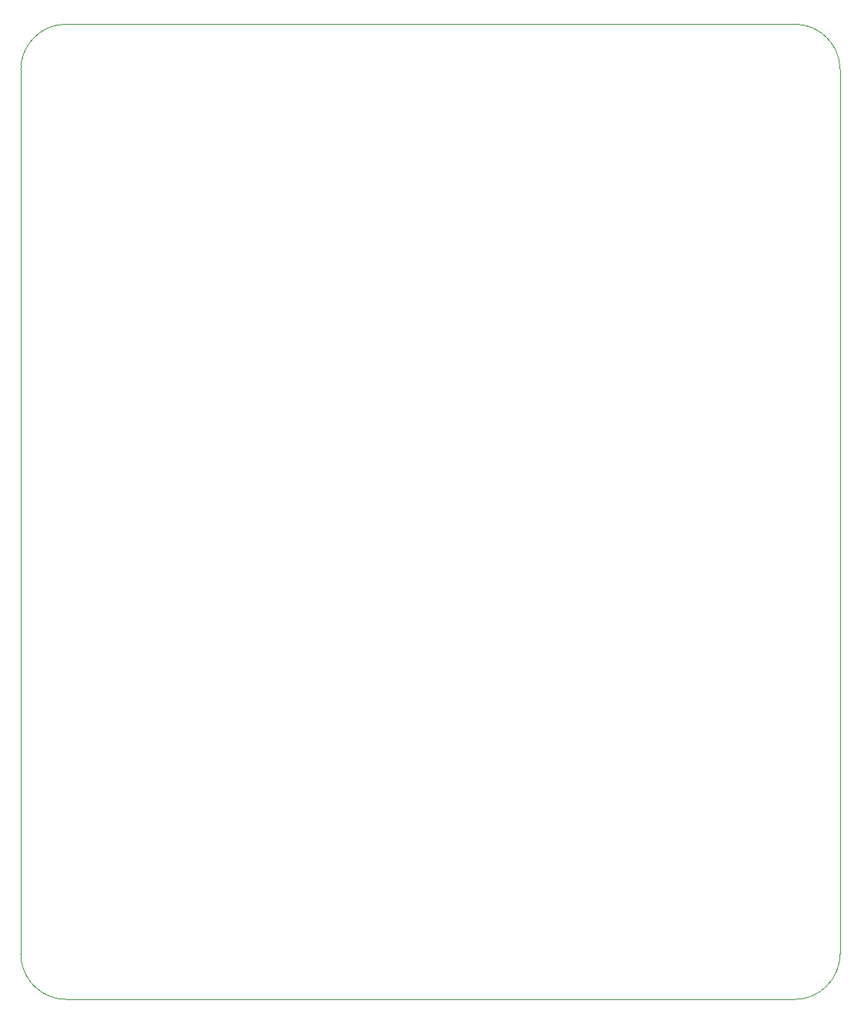
<source format=gm1>
%TF.GenerationSoftware,KiCad,Pcbnew,8.0.8*%
%TF.CreationDate,2025-02-12T11:08:45-05:00*%
%TF.ProjectId,hackpad,6861636b-7061-4642-9e6b-696361645f70,rev?*%
%TF.SameCoordinates,Original*%
%TF.FileFunction,Profile,NP*%
%FSLAX46Y46*%
G04 Gerber Fmt 4.6, Leading zero omitted, Abs format (unit mm)*
G04 Created by KiCad (PCBNEW 8.0.8) date 2025-02-12 11:08:45*
%MOMM*%
%LPD*%
G01*
G04 APERTURE LIST*
%TA.AperFunction,Profile*%
%ADD10C,0.050000*%
%TD*%
G04 APERTURE END LIST*
D10*
X45000000Y-137000000D02*
X125000000Y-137000000D01*
X125000000Y-30000000D02*
X45000000Y-30000000D01*
X130000000Y-132000000D02*
G75*
G02*
X125000000Y-137000000I-5000000J0D01*
G01*
X130000000Y-132000000D02*
X130000000Y-35500000D01*
X125000000Y-30000000D02*
G75*
G02*
X130000000Y-35000000I0J-5000000D01*
G01*
X130000000Y-35500000D02*
X130000000Y-35000000D01*
X45000000Y-137000000D02*
G75*
G02*
X40000000Y-132000000I0J5000000D01*
G01*
X40000000Y-35000000D02*
X40000000Y-132000000D01*
X40000000Y-35000000D02*
G75*
G02*
X45000000Y-30000000I5000000J0D01*
G01*
M02*

</source>
